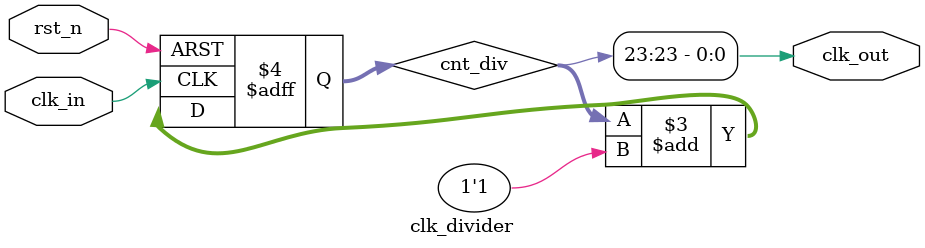
<source format=v>

module clk_divider
#(
  parameter WIDTH = 24    
)
(
 input  clk_in,
 input  rst_n,
 output clk_out
);

  reg [WIDTH-1:0] cnt_div;
  
  always@(posedge clk_in or negedge rst_n)
  begin
    if(!rst_n)
      cnt_div <= {WIDTH{1'b0}};
    else
      cnt_div <= cnt_div + 1'b1;
  end
   
    assign clk_out = cnt_div[WIDTH-1];
   
endmodule
  
  
  

</source>
